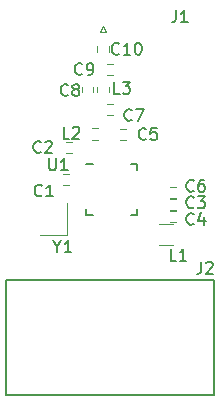
<source format=gbr>
G04 #@! TF.GenerationSoftware,KiCad,Pcbnew,(5.0.1)-3*
G04 #@! TF.CreationDate,2019-04-14T21:22:41-05:00*
G04 #@! TF.ProjectId,transceiver,7472616E736365697665722E6B696361,rev?*
G04 #@! TF.SameCoordinates,Original*
G04 #@! TF.FileFunction,Legend,Top*
G04 #@! TF.FilePolarity,Positive*
%FSLAX46Y46*%
G04 Gerber Fmt 4.6, Leading zero omitted, Abs format (unit mm)*
G04 Created by KiCad (PCBNEW (5.0.1)-3) date 4/14/2019 21:22:41*
%MOMM*%
%LPD*%
G01*
G04 APERTURE LIST*
%ADD10C,0.150000*%
%ADD11C,0.120000*%
G04 APERTURE END LIST*
D10*
G04 #@! TO.C,J2*
X130100000Y-90800000D02*
X147700000Y-90800000D01*
X147700000Y-90800000D02*
X147700000Y-100600000D01*
X147700000Y-100600000D02*
X130100000Y-100600000D01*
X130100000Y-100600000D02*
X130100000Y-90800000D01*
D11*
G04 #@! TO.C,C6*
X144470000Y-82980000D02*
X143970000Y-82980000D01*
X143970000Y-83920000D02*
X144470000Y-83920000D01*
D10*
G04 #@! TO.C,U1*
X141200000Y-81000000D02*
X140675000Y-81000000D01*
X141200000Y-85300000D02*
X140675000Y-85300000D01*
X136900000Y-85300000D02*
X137425000Y-85300000D01*
X136900000Y-81000000D02*
X137425000Y-81000000D01*
X141200000Y-85300000D02*
X141200000Y-84775000D01*
X136900000Y-85300000D02*
X136900000Y-84775000D01*
X141200000Y-81000000D02*
X141200000Y-81525000D01*
D11*
G04 #@! TO.C,C1*
X134950000Y-82770000D02*
X135450000Y-82770000D01*
X135450000Y-81830000D02*
X134950000Y-81830000D01*
G04 #@! TO.C,C2*
X135650000Y-79130000D02*
X135150000Y-79130000D01*
X135150000Y-80070000D02*
X135650000Y-80070000D01*
G04 #@! TO.C,C4*
X143970000Y-85900000D02*
X144470000Y-85900000D01*
X144470000Y-84960000D02*
X143970000Y-84960000D01*
G04 #@! TO.C,C5*
X139750000Y-78970000D02*
X140250000Y-78970000D01*
X140250000Y-78030000D02*
X139750000Y-78030000D01*
G04 #@! TO.C,C7*
X138650000Y-76870000D02*
X139150000Y-76870000D01*
X139150000Y-75930000D02*
X138650000Y-75930000D01*
G04 #@! TO.C,C8*
X137470000Y-74950000D02*
X137470000Y-74450000D01*
X136530000Y-74450000D02*
X136530000Y-74950000D01*
G04 #@! TO.C,C10*
X137830000Y-71050000D02*
X137830000Y-71550000D01*
X138770000Y-71550000D02*
X138770000Y-71050000D01*
G04 #@! TO.C,C9*
X139150000Y-72530000D02*
X138650000Y-72530000D01*
X138650000Y-73470000D02*
X139150000Y-73470000D01*
G04 #@! TO.C,C3*
X143970000Y-84910000D02*
X144470000Y-84910000D01*
X144470000Y-83970000D02*
X143970000Y-83970000D01*
G04 #@! TO.C,Y1*
X135250000Y-86975000D02*
X135250000Y-84275000D01*
X132950000Y-86975000D02*
X135250000Y-86975000D01*
G04 #@! TO.C,J1*
X138550000Y-69810000D02*
X138300000Y-69310000D01*
X138050000Y-69810000D02*
X138550000Y-69810000D01*
X138300000Y-69310000D02*
X138050000Y-69810000D01*
G04 #@! TO.C,L2*
X137350000Y-79005000D02*
X137850000Y-79005000D01*
X137850000Y-77945000D02*
X137350000Y-77945000D01*
G04 #@! TO.C,L3*
X138830000Y-74950000D02*
X138830000Y-74450000D01*
X137770000Y-74450000D02*
X137770000Y-74950000D01*
G04 #@! TO.C,L1*
X144210000Y-87870000D02*
X143010000Y-87870000D01*
X143010000Y-86110000D02*
X144210000Y-86110000D01*
G04 #@! TO.C,J2*
D10*
X146616666Y-89277380D02*
X146616666Y-89991666D01*
X146569047Y-90134523D01*
X146473809Y-90229761D01*
X146330952Y-90277380D01*
X146235714Y-90277380D01*
X147045238Y-89372619D02*
X147092857Y-89325000D01*
X147188095Y-89277380D01*
X147426190Y-89277380D01*
X147521428Y-89325000D01*
X147569047Y-89372619D01*
X147616666Y-89467857D01*
X147616666Y-89563095D01*
X147569047Y-89705952D01*
X146997619Y-90277380D01*
X147616666Y-90277380D01*
G04 #@! TO.C,C6*
X145983333Y-83257142D02*
X145935714Y-83304761D01*
X145792857Y-83352380D01*
X145697619Y-83352380D01*
X145554761Y-83304761D01*
X145459523Y-83209523D01*
X145411904Y-83114285D01*
X145364285Y-82923809D01*
X145364285Y-82780952D01*
X145411904Y-82590476D01*
X145459523Y-82495238D01*
X145554761Y-82400000D01*
X145697619Y-82352380D01*
X145792857Y-82352380D01*
X145935714Y-82400000D01*
X145983333Y-82447619D01*
X146840476Y-82352380D02*
X146650000Y-82352380D01*
X146554761Y-82400000D01*
X146507142Y-82447619D01*
X146411904Y-82590476D01*
X146364285Y-82780952D01*
X146364285Y-83161904D01*
X146411904Y-83257142D01*
X146459523Y-83304761D01*
X146554761Y-83352380D01*
X146745238Y-83352380D01*
X146840476Y-83304761D01*
X146888095Y-83257142D01*
X146935714Y-83161904D01*
X146935714Y-82923809D01*
X146888095Y-82828571D01*
X146840476Y-82780952D01*
X146745238Y-82733333D01*
X146554761Y-82733333D01*
X146459523Y-82780952D01*
X146411904Y-82828571D01*
X146364285Y-82923809D01*
G04 #@! TO.C,U1*
X133738095Y-80532380D02*
X133738095Y-81341904D01*
X133785714Y-81437142D01*
X133833333Y-81484761D01*
X133928571Y-81532380D01*
X134119047Y-81532380D01*
X134214285Y-81484761D01*
X134261904Y-81437142D01*
X134309523Y-81341904D01*
X134309523Y-80532380D01*
X135309523Y-81532380D02*
X134738095Y-81532380D01*
X135023809Y-81532380D02*
X135023809Y-80532380D01*
X134928571Y-80675238D01*
X134833333Y-80770476D01*
X134738095Y-80818095D01*
G04 #@! TO.C,C1*
X133133333Y-83657142D02*
X133085714Y-83704761D01*
X132942857Y-83752380D01*
X132847619Y-83752380D01*
X132704761Y-83704761D01*
X132609523Y-83609523D01*
X132561904Y-83514285D01*
X132514285Y-83323809D01*
X132514285Y-83180952D01*
X132561904Y-82990476D01*
X132609523Y-82895238D01*
X132704761Y-82800000D01*
X132847619Y-82752380D01*
X132942857Y-82752380D01*
X133085714Y-82800000D01*
X133133333Y-82847619D01*
X134085714Y-83752380D02*
X133514285Y-83752380D01*
X133800000Y-83752380D02*
X133800000Y-82752380D01*
X133704761Y-82895238D01*
X133609523Y-82990476D01*
X133514285Y-83038095D01*
G04 #@! TO.C,C2*
X133033333Y-79957142D02*
X132985714Y-80004761D01*
X132842857Y-80052380D01*
X132747619Y-80052380D01*
X132604761Y-80004761D01*
X132509523Y-79909523D01*
X132461904Y-79814285D01*
X132414285Y-79623809D01*
X132414285Y-79480952D01*
X132461904Y-79290476D01*
X132509523Y-79195238D01*
X132604761Y-79100000D01*
X132747619Y-79052380D01*
X132842857Y-79052380D01*
X132985714Y-79100000D01*
X133033333Y-79147619D01*
X133414285Y-79147619D02*
X133461904Y-79100000D01*
X133557142Y-79052380D01*
X133795238Y-79052380D01*
X133890476Y-79100000D01*
X133938095Y-79147619D01*
X133985714Y-79242857D01*
X133985714Y-79338095D01*
X133938095Y-79480952D01*
X133366666Y-80052380D01*
X133985714Y-80052380D01*
G04 #@! TO.C,C4*
X145983333Y-86057142D02*
X145935714Y-86104761D01*
X145792857Y-86152380D01*
X145697619Y-86152380D01*
X145554761Y-86104761D01*
X145459523Y-86009523D01*
X145411904Y-85914285D01*
X145364285Y-85723809D01*
X145364285Y-85580952D01*
X145411904Y-85390476D01*
X145459523Y-85295238D01*
X145554761Y-85200000D01*
X145697619Y-85152380D01*
X145792857Y-85152380D01*
X145935714Y-85200000D01*
X145983333Y-85247619D01*
X146840476Y-85485714D02*
X146840476Y-86152380D01*
X146602380Y-85104761D02*
X146364285Y-85819047D01*
X146983333Y-85819047D01*
G04 #@! TO.C,C5*
X141933333Y-78857142D02*
X141885714Y-78904761D01*
X141742857Y-78952380D01*
X141647619Y-78952380D01*
X141504761Y-78904761D01*
X141409523Y-78809523D01*
X141361904Y-78714285D01*
X141314285Y-78523809D01*
X141314285Y-78380952D01*
X141361904Y-78190476D01*
X141409523Y-78095238D01*
X141504761Y-78000000D01*
X141647619Y-77952380D01*
X141742857Y-77952380D01*
X141885714Y-78000000D01*
X141933333Y-78047619D01*
X142838095Y-77952380D02*
X142361904Y-77952380D01*
X142314285Y-78428571D01*
X142361904Y-78380952D01*
X142457142Y-78333333D01*
X142695238Y-78333333D01*
X142790476Y-78380952D01*
X142838095Y-78428571D01*
X142885714Y-78523809D01*
X142885714Y-78761904D01*
X142838095Y-78857142D01*
X142790476Y-78904761D01*
X142695238Y-78952380D01*
X142457142Y-78952380D01*
X142361904Y-78904761D01*
X142314285Y-78857142D01*
G04 #@! TO.C,C7*
X140733333Y-77257142D02*
X140685714Y-77304761D01*
X140542857Y-77352380D01*
X140447619Y-77352380D01*
X140304761Y-77304761D01*
X140209523Y-77209523D01*
X140161904Y-77114285D01*
X140114285Y-76923809D01*
X140114285Y-76780952D01*
X140161904Y-76590476D01*
X140209523Y-76495238D01*
X140304761Y-76400000D01*
X140447619Y-76352380D01*
X140542857Y-76352380D01*
X140685714Y-76400000D01*
X140733333Y-76447619D01*
X141066666Y-76352380D02*
X141733333Y-76352380D01*
X141304761Y-77352380D01*
G04 #@! TO.C,C8*
X135333333Y-75157142D02*
X135285714Y-75204761D01*
X135142857Y-75252380D01*
X135047619Y-75252380D01*
X134904761Y-75204761D01*
X134809523Y-75109523D01*
X134761904Y-75014285D01*
X134714285Y-74823809D01*
X134714285Y-74680952D01*
X134761904Y-74490476D01*
X134809523Y-74395238D01*
X134904761Y-74300000D01*
X135047619Y-74252380D01*
X135142857Y-74252380D01*
X135285714Y-74300000D01*
X135333333Y-74347619D01*
X135904761Y-74680952D02*
X135809523Y-74633333D01*
X135761904Y-74585714D01*
X135714285Y-74490476D01*
X135714285Y-74442857D01*
X135761904Y-74347619D01*
X135809523Y-74300000D01*
X135904761Y-74252380D01*
X136095238Y-74252380D01*
X136190476Y-74300000D01*
X136238095Y-74347619D01*
X136285714Y-74442857D01*
X136285714Y-74490476D01*
X136238095Y-74585714D01*
X136190476Y-74633333D01*
X136095238Y-74680952D01*
X135904761Y-74680952D01*
X135809523Y-74728571D01*
X135761904Y-74776190D01*
X135714285Y-74871428D01*
X135714285Y-75061904D01*
X135761904Y-75157142D01*
X135809523Y-75204761D01*
X135904761Y-75252380D01*
X136095238Y-75252380D01*
X136190476Y-75204761D01*
X136238095Y-75157142D01*
X136285714Y-75061904D01*
X136285714Y-74871428D01*
X136238095Y-74776190D01*
X136190476Y-74728571D01*
X136095238Y-74680952D01*
G04 #@! TO.C,C10*
X139657142Y-71657142D02*
X139609523Y-71704761D01*
X139466666Y-71752380D01*
X139371428Y-71752380D01*
X139228571Y-71704761D01*
X139133333Y-71609523D01*
X139085714Y-71514285D01*
X139038095Y-71323809D01*
X139038095Y-71180952D01*
X139085714Y-70990476D01*
X139133333Y-70895238D01*
X139228571Y-70800000D01*
X139371428Y-70752380D01*
X139466666Y-70752380D01*
X139609523Y-70800000D01*
X139657142Y-70847619D01*
X140609523Y-71752380D02*
X140038095Y-71752380D01*
X140323809Y-71752380D02*
X140323809Y-70752380D01*
X140228571Y-70895238D01*
X140133333Y-70990476D01*
X140038095Y-71038095D01*
X141228571Y-70752380D02*
X141323809Y-70752380D01*
X141419047Y-70800000D01*
X141466666Y-70847619D01*
X141514285Y-70942857D01*
X141561904Y-71133333D01*
X141561904Y-71371428D01*
X141514285Y-71561904D01*
X141466666Y-71657142D01*
X141419047Y-71704761D01*
X141323809Y-71752380D01*
X141228571Y-71752380D01*
X141133333Y-71704761D01*
X141085714Y-71657142D01*
X141038095Y-71561904D01*
X140990476Y-71371428D01*
X140990476Y-71133333D01*
X141038095Y-70942857D01*
X141085714Y-70847619D01*
X141133333Y-70800000D01*
X141228571Y-70752380D01*
G04 #@! TO.C,C9*
X136533333Y-73357142D02*
X136485714Y-73404761D01*
X136342857Y-73452380D01*
X136247619Y-73452380D01*
X136104761Y-73404761D01*
X136009523Y-73309523D01*
X135961904Y-73214285D01*
X135914285Y-73023809D01*
X135914285Y-72880952D01*
X135961904Y-72690476D01*
X136009523Y-72595238D01*
X136104761Y-72500000D01*
X136247619Y-72452380D01*
X136342857Y-72452380D01*
X136485714Y-72500000D01*
X136533333Y-72547619D01*
X137009523Y-73452380D02*
X137200000Y-73452380D01*
X137295238Y-73404761D01*
X137342857Y-73357142D01*
X137438095Y-73214285D01*
X137485714Y-73023809D01*
X137485714Y-72642857D01*
X137438095Y-72547619D01*
X137390476Y-72500000D01*
X137295238Y-72452380D01*
X137104761Y-72452380D01*
X137009523Y-72500000D01*
X136961904Y-72547619D01*
X136914285Y-72642857D01*
X136914285Y-72880952D01*
X136961904Y-72976190D01*
X137009523Y-73023809D01*
X137104761Y-73071428D01*
X137295238Y-73071428D01*
X137390476Y-73023809D01*
X137438095Y-72976190D01*
X137485714Y-72880952D01*
G04 #@! TO.C,C3*
X145983333Y-84657142D02*
X145935714Y-84704761D01*
X145792857Y-84752380D01*
X145697619Y-84752380D01*
X145554761Y-84704761D01*
X145459523Y-84609523D01*
X145411904Y-84514285D01*
X145364285Y-84323809D01*
X145364285Y-84180952D01*
X145411904Y-83990476D01*
X145459523Y-83895238D01*
X145554761Y-83800000D01*
X145697619Y-83752380D01*
X145792857Y-83752380D01*
X145935714Y-83800000D01*
X145983333Y-83847619D01*
X146316666Y-83752380D02*
X146935714Y-83752380D01*
X146602380Y-84133333D01*
X146745238Y-84133333D01*
X146840476Y-84180952D01*
X146888095Y-84228571D01*
X146935714Y-84323809D01*
X146935714Y-84561904D01*
X146888095Y-84657142D01*
X146840476Y-84704761D01*
X146745238Y-84752380D01*
X146459523Y-84752380D01*
X146364285Y-84704761D01*
X146316666Y-84657142D01*
G04 #@! TO.C,Y1*
X134423809Y-88001190D02*
X134423809Y-88477380D01*
X134090476Y-87477380D02*
X134423809Y-88001190D01*
X134757142Y-87477380D01*
X135614285Y-88477380D02*
X135042857Y-88477380D01*
X135328571Y-88477380D02*
X135328571Y-87477380D01*
X135233333Y-87620238D01*
X135138095Y-87715476D01*
X135042857Y-87763095D01*
G04 #@! TO.C,J1*
X144486666Y-68002380D02*
X144486666Y-68716666D01*
X144439047Y-68859523D01*
X144343809Y-68954761D01*
X144200952Y-69002380D01*
X144105714Y-69002380D01*
X145486666Y-69002380D02*
X144915238Y-69002380D01*
X145200952Y-69002380D02*
X145200952Y-68002380D01*
X145105714Y-68145238D01*
X145010476Y-68240476D01*
X144915238Y-68288095D01*
G04 #@! TO.C,L2*
X135433333Y-78852380D02*
X134957142Y-78852380D01*
X134957142Y-77852380D01*
X135719047Y-77947619D02*
X135766666Y-77900000D01*
X135861904Y-77852380D01*
X136100000Y-77852380D01*
X136195238Y-77900000D01*
X136242857Y-77947619D01*
X136290476Y-78042857D01*
X136290476Y-78138095D01*
X136242857Y-78280952D01*
X135671428Y-78852380D01*
X136290476Y-78852380D01*
G04 #@! TO.C,L3*
X139733333Y-75052380D02*
X139257142Y-75052380D01*
X139257142Y-74052380D01*
X139971428Y-74052380D02*
X140590476Y-74052380D01*
X140257142Y-74433333D01*
X140400000Y-74433333D01*
X140495238Y-74480952D01*
X140542857Y-74528571D01*
X140590476Y-74623809D01*
X140590476Y-74861904D01*
X140542857Y-74957142D01*
X140495238Y-75004761D01*
X140400000Y-75052380D01*
X140114285Y-75052380D01*
X140019047Y-75004761D01*
X139971428Y-74957142D01*
G04 #@! TO.C,L1*
X144508333Y-89177380D02*
X144032142Y-89177380D01*
X144032142Y-88177380D01*
X145365476Y-89177380D02*
X144794047Y-89177380D01*
X145079761Y-89177380D02*
X145079761Y-88177380D01*
X144984523Y-88320238D01*
X144889285Y-88415476D01*
X144794047Y-88463095D01*
G04 #@! TD*
M02*

</source>
